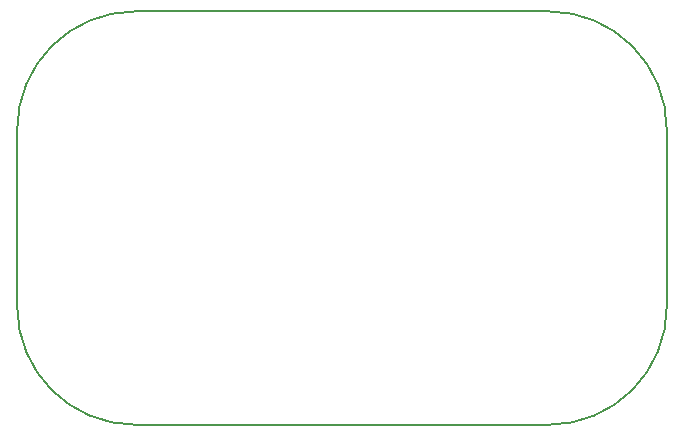
<source format=gbr>
%TF.GenerationSoftware,KiCad,Pcbnew,6.0.11-2627ca5db0~126~ubuntu22.04.1*%
%TF.CreationDate,2023-03-05T15:50:48-05:00*%
%TF.ProjectId,canbus-kline-bridge,63616e62-7573-42d6-9b6c-696e652d6272,1.0*%
%TF.SameCoordinates,Original*%
%TF.FileFunction,Profile,NP*%
%FSLAX46Y46*%
G04 Gerber Fmt 4.6, Leading zero omitted, Abs format (unit mm)*
G04 Created by KiCad (PCBNEW 6.0.11-2627ca5db0~126~ubuntu22.04.1) date 2023-03-05 15:50:48*
%MOMM*%
%LPD*%
G01*
G04 APERTURE LIST*
%TA.AperFunction,Profile*%
%ADD10C,0.150000*%
%TD*%
G04 APERTURE END LIST*
D10*
%TO.C,BOARD*%
X64991268Y-68617468D02*
X99991268Y-68617468D01*
X109991268Y-78617468D02*
X109991268Y-93617468D01*
X54991268Y-78617468D02*
X54991268Y-93617468D01*
X64991268Y-103617468D02*
X99991268Y-103617468D01*
X99991268Y-103617468D02*
G75*
G03*
X109991268Y-93617468I2J9999998D01*
G01*
X54991262Y-93617468D02*
G75*
G03*
X64991268Y-103617468I10000008J8D01*
G01*
X109991262Y-78617468D02*
G75*
G03*
X99991268Y-68617468I-9999992J8D01*
G01*
X64991268Y-68617468D02*
G75*
G03*
X54991268Y-78617468I-1J-9999999D01*
G01*
%TD*%
M02*

</source>
